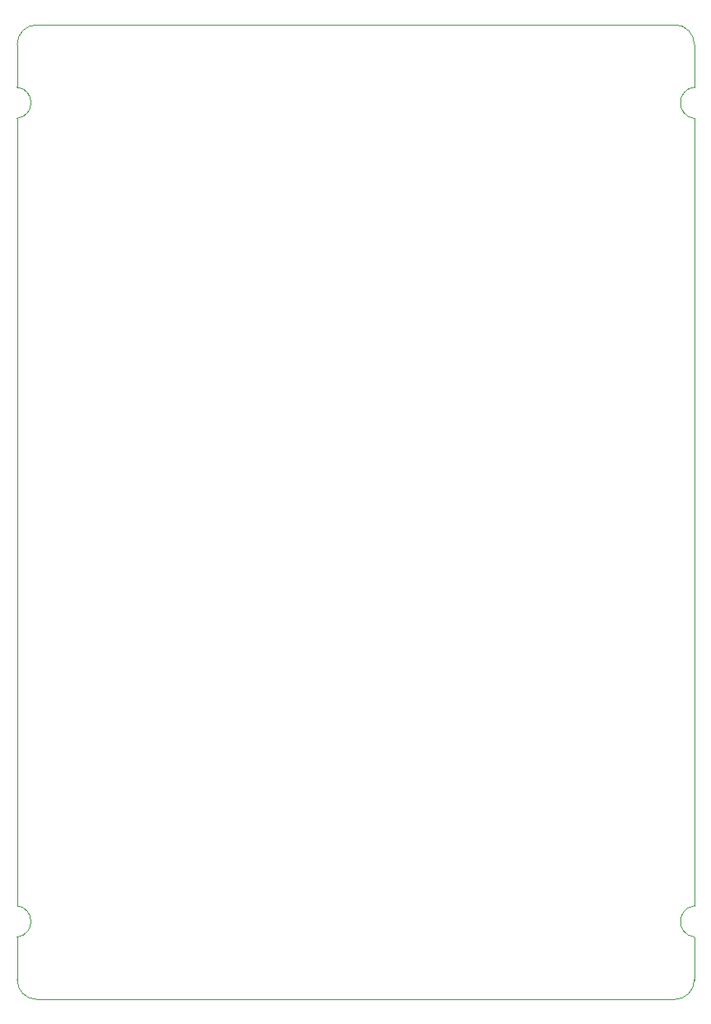
<source format=gm1>
G04 #@! TF.GenerationSoftware,KiCad,Pcbnew,6.0.11+dfsg-1*
G04 #@! TF.CreationDate,2023-11-01T17:04:38+00:00*
G04 #@! TF.ProjectId,Modular-I2C-4PxRJ45-Relay-Driver,4d6f6475-6c61-4722-9d49-32432d345078,rev?*
G04 #@! TF.SameCoordinates,Original*
G04 #@! TF.FileFunction,Profile,NP*
%FSLAX46Y46*%
G04 Gerber Fmt 4.6, Leading zero omitted, Abs format (unit mm)*
G04 Created by KiCad (PCBNEW 6.0.11+dfsg-1) date 2023-11-01 17:04:38*
%MOMM*%
%LPD*%
G01*
G04 APERTURE LIST*
G04 #@! TA.AperFunction,Profile*
%ADD10C,0.050000*%
G04 #@! TD*
G04 APERTURE END LIST*
D10*
X184348011Y-68445000D02*
X184348011Y-29645000D01*
X114848011Y-22045000D02*
X114848011Y-26445000D01*
X184348011Y-68445000D02*
X184348011Y-110445000D01*
X182348011Y-120045000D02*
X116848011Y-120045000D01*
X116848011Y-20045000D02*
X182348011Y-20045000D01*
X114848011Y-113645000D02*
G75*
G03*
X114848011Y-110445000I-200711J1600000D01*
G01*
X116848011Y-20045011D02*
G75*
G03*
X114848011Y-22045000I-11J-1999989D01*
G01*
X184348011Y-22045000D02*
X184348011Y-26445000D01*
X114848011Y-29645000D02*
G75*
G03*
X114848011Y-26445000I-200711J1600000D01*
G01*
X184348011Y-26445000D02*
G75*
G03*
X184348011Y-29645000I200689J-1600000D01*
G01*
X114848011Y-68445000D02*
X114848011Y-110445000D01*
X184348000Y-22045000D02*
G75*
G03*
X182348011Y-20045000I-2000000J0D01*
G01*
X114848011Y-29645000D02*
X114848011Y-68445000D01*
X114848011Y-118045000D02*
X114848011Y-113645000D01*
X182348011Y-120045011D02*
G75*
G03*
X184348011Y-118045000I-11J2000011D01*
G01*
X184348011Y-113645000D02*
X184348011Y-118045000D01*
X114848000Y-118045000D02*
G75*
G03*
X116848011Y-120045000I2000000J0D01*
G01*
X184348011Y-110445000D02*
G75*
G03*
X184348011Y-113645000I200689J-1600000D01*
G01*
M02*

</source>
